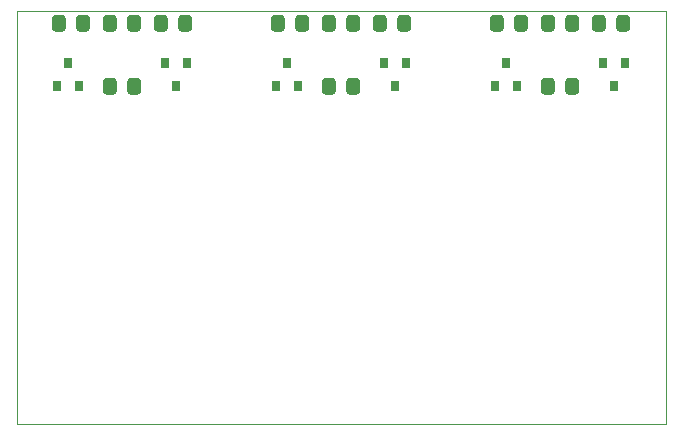
<source format=gbr>
%TF.GenerationSoftware,KiCad,Pcbnew,5.1.6-c6e7f7d~86~ubuntu18.04.1*%
%TF.CreationDate,2020-06-20T11:39:55+02:00*%
%TF.ProjectId,USB-Exp,5553422d-4578-4702-9e6b-696361645f70,1.0*%
%TF.SameCoordinates,Original*%
%TF.FileFunction,Paste,Bot*%
%TF.FilePolarity,Positive*%
%FSLAX46Y46*%
G04 Gerber Fmt 4.6, Leading zero omitted, Abs format (unit mm)*
G04 Created by KiCad (PCBNEW 5.1.6-c6e7f7d~86~ubuntu18.04.1) date 2020-06-20 11:39:55*
%MOMM*%
%LPD*%
G01*
G04 APERTURE LIST*
%TA.AperFunction,Profile*%
%ADD10C,0.050000*%
%TD*%
%ADD11R,0.800000X0.900000*%
G04 APERTURE END LIST*
D10*
X50000000Y-50000000D02*
X50000000Y-85000000D01*
X50000000Y-50000000D02*
X105000000Y-50000000D01*
X105000000Y-85000000D02*
X50000000Y-85000000D01*
X105000000Y-50000000D02*
X105000000Y-85000000D01*
%TO.C,R9*%
G36*
G01*
X99880000Y-50603999D02*
X99880000Y-51504001D01*
G75*
G02*
X99630001Y-51754000I-249999J0D01*
G01*
X98979999Y-51754000D01*
G75*
G02*
X98730000Y-51504001I0J249999D01*
G01*
X98730000Y-50603999D01*
G75*
G02*
X98979999Y-50354000I249999J0D01*
G01*
X99630001Y-50354000D01*
G75*
G02*
X99880000Y-50603999I0J-249999D01*
G01*
G37*
G36*
G01*
X101930000Y-50603999D02*
X101930000Y-51504001D01*
G75*
G02*
X101680001Y-51754000I-249999J0D01*
G01*
X101029999Y-51754000D01*
G75*
G02*
X100780000Y-51504001I0J249999D01*
G01*
X100780000Y-50603999D01*
G75*
G02*
X101029999Y-50354000I249999J0D01*
G01*
X101680001Y-50354000D01*
G75*
G02*
X101930000Y-50603999I0J-249999D01*
G01*
G37*
%TD*%
%TO.C,R8*%
G36*
G01*
X81338000Y-50603999D02*
X81338000Y-51504001D01*
G75*
G02*
X81088001Y-51754000I-249999J0D01*
G01*
X80437999Y-51754000D01*
G75*
G02*
X80188000Y-51504001I0J249999D01*
G01*
X80188000Y-50603999D01*
G75*
G02*
X80437999Y-50354000I249999J0D01*
G01*
X81088001Y-50354000D01*
G75*
G02*
X81338000Y-50603999I0J-249999D01*
G01*
G37*
G36*
G01*
X83388000Y-50603999D02*
X83388000Y-51504001D01*
G75*
G02*
X83138001Y-51754000I-249999J0D01*
G01*
X82487999Y-51754000D01*
G75*
G02*
X82238000Y-51504001I0J249999D01*
G01*
X82238000Y-50603999D01*
G75*
G02*
X82487999Y-50354000I249999J0D01*
G01*
X83138001Y-50354000D01*
G75*
G02*
X83388000Y-50603999I0J-249999D01*
G01*
G37*
%TD*%
%TO.C,R7*%
G36*
G01*
X62796000Y-50603999D02*
X62796000Y-51504001D01*
G75*
G02*
X62546001Y-51754000I-249999J0D01*
G01*
X61895999Y-51754000D01*
G75*
G02*
X61646000Y-51504001I0J249999D01*
G01*
X61646000Y-50603999D01*
G75*
G02*
X61895999Y-50354000I249999J0D01*
G01*
X62546001Y-50354000D01*
G75*
G02*
X62796000Y-50603999I0J-249999D01*
G01*
G37*
G36*
G01*
X64846000Y-50603999D02*
X64846000Y-51504001D01*
G75*
G02*
X64596001Y-51754000I-249999J0D01*
G01*
X63945999Y-51754000D01*
G75*
G02*
X63696000Y-51504001I0J249999D01*
G01*
X63696000Y-50603999D01*
G75*
G02*
X63945999Y-50354000I249999J0D01*
G01*
X64596001Y-50354000D01*
G75*
G02*
X64846000Y-50603999I0J-249999D01*
G01*
G37*
%TD*%
%TO.C,R6*%
G36*
G01*
X92135000Y-51504001D02*
X92135000Y-50603999D01*
G75*
G02*
X92384999Y-50354000I249999J0D01*
G01*
X93035001Y-50354000D01*
G75*
G02*
X93285000Y-50603999I0J-249999D01*
G01*
X93285000Y-51504001D01*
G75*
G02*
X93035001Y-51754000I-249999J0D01*
G01*
X92384999Y-51754000D01*
G75*
G02*
X92135000Y-51504001I0J249999D01*
G01*
G37*
G36*
G01*
X90085000Y-51504001D02*
X90085000Y-50603999D01*
G75*
G02*
X90334999Y-50354000I249999J0D01*
G01*
X90985001Y-50354000D01*
G75*
G02*
X91235000Y-50603999I0J-249999D01*
G01*
X91235000Y-51504001D01*
G75*
G02*
X90985001Y-51754000I-249999J0D01*
G01*
X90334999Y-51754000D01*
G75*
G02*
X90085000Y-51504001I0J249999D01*
G01*
G37*
%TD*%
%TO.C,R5*%
G36*
G01*
X73602000Y-51504001D02*
X73602000Y-50603999D01*
G75*
G02*
X73851999Y-50354000I249999J0D01*
G01*
X74502001Y-50354000D01*
G75*
G02*
X74752000Y-50603999I0J-249999D01*
G01*
X74752000Y-51504001D01*
G75*
G02*
X74502001Y-51754000I-249999J0D01*
G01*
X73851999Y-51754000D01*
G75*
G02*
X73602000Y-51504001I0J249999D01*
G01*
G37*
G36*
G01*
X71552000Y-51504001D02*
X71552000Y-50603999D01*
G75*
G02*
X71801999Y-50354000I249999J0D01*
G01*
X72452001Y-50354000D01*
G75*
G02*
X72702000Y-50603999I0J-249999D01*
G01*
X72702000Y-51504001D01*
G75*
G02*
X72452001Y-51754000I-249999J0D01*
G01*
X71801999Y-51754000D01*
G75*
G02*
X71552000Y-51504001I0J249999D01*
G01*
G37*
%TD*%
%TO.C,R4*%
G36*
G01*
X55051000Y-51504001D02*
X55051000Y-50603999D01*
G75*
G02*
X55300999Y-50354000I249999J0D01*
G01*
X55951001Y-50354000D01*
G75*
G02*
X56201000Y-50603999I0J-249999D01*
G01*
X56201000Y-51504001D01*
G75*
G02*
X55951001Y-51754000I-249999J0D01*
G01*
X55300999Y-51754000D01*
G75*
G02*
X55051000Y-51504001I0J249999D01*
G01*
G37*
G36*
G01*
X53001000Y-51504001D02*
X53001000Y-50603999D01*
G75*
G02*
X53250999Y-50354000I249999J0D01*
G01*
X53901001Y-50354000D01*
G75*
G02*
X54151000Y-50603999I0J-249999D01*
G01*
X54151000Y-51504001D01*
G75*
G02*
X53901001Y-51754000I-249999J0D01*
G01*
X53250999Y-51754000D01*
G75*
G02*
X53001000Y-51504001I0J249999D01*
G01*
G37*
%TD*%
%TO.C,R3*%
G36*
G01*
X96462000Y-56838001D02*
X96462000Y-55937999D01*
G75*
G02*
X96711999Y-55688000I249999J0D01*
G01*
X97362001Y-55688000D01*
G75*
G02*
X97612000Y-55937999I0J-249999D01*
G01*
X97612000Y-56838001D01*
G75*
G02*
X97362001Y-57088000I-249999J0D01*
G01*
X96711999Y-57088000D01*
G75*
G02*
X96462000Y-56838001I0J249999D01*
G01*
G37*
G36*
G01*
X94412000Y-56838001D02*
X94412000Y-55937999D01*
G75*
G02*
X94661999Y-55688000I249999J0D01*
G01*
X95312001Y-55688000D01*
G75*
G02*
X95562000Y-55937999I0J-249999D01*
G01*
X95562000Y-56838001D01*
G75*
G02*
X95312001Y-57088000I-249999J0D01*
G01*
X94661999Y-57088000D01*
G75*
G02*
X94412000Y-56838001I0J249999D01*
G01*
G37*
%TD*%
%TO.C,R2*%
G36*
G01*
X77920000Y-56838001D02*
X77920000Y-55937999D01*
G75*
G02*
X78169999Y-55688000I249999J0D01*
G01*
X78820001Y-55688000D01*
G75*
G02*
X79070000Y-55937999I0J-249999D01*
G01*
X79070000Y-56838001D01*
G75*
G02*
X78820001Y-57088000I-249999J0D01*
G01*
X78169999Y-57088000D01*
G75*
G02*
X77920000Y-56838001I0J249999D01*
G01*
G37*
G36*
G01*
X75870000Y-56838001D02*
X75870000Y-55937999D01*
G75*
G02*
X76119999Y-55688000I249999J0D01*
G01*
X76770001Y-55688000D01*
G75*
G02*
X77020000Y-55937999I0J-249999D01*
G01*
X77020000Y-56838001D01*
G75*
G02*
X76770001Y-57088000I-249999J0D01*
G01*
X76119999Y-57088000D01*
G75*
G02*
X75870000Y-56838001I0J249999D01*
G01*
G37*
%TD*%
%TO.C,R1*%
G36*
G01*
X59378000Y-56838001D02*
X59378000Y-55937999D01*
G75*
G02*
X59627999Y-55688000I249999J0D01*
G01*
X60278001Y-55688000D01*
G75*
G02*
X60528000Y-55937999I0J-249999D01*
G01*
X60528000Y-56838001D01*
G75*
G02*
X60278001Y-57088000I-249999J0D01*
G01*
X59627999Y-57088000D01*
G75*
G02*
X59378000Y-56838001I0J249999D01*
G01*
G37*
G36*
G01*
X57328000Y-56838001D02*
X57328000Y-55937999D01*
G75*
G02*
X57577999Y-55688000I249999J0D01*
G01*
X58228001Y-55688000D01*
G75*
G02*
X58478000Y-55937999I0J-249999D01*
G01*
X58478000Y-56838001D01*
G75*
G02*
X58228001Y-57088000I-249999J0D01*
G01*
X57577999Y-57088000D01*
G75*
G02*
X57328000Y-56838001I0J249999D01*
G01*
G37*
%TD*%
D11*
%TO.C,Q6*%
X100584000Y-56372000D03*
X101534000Y-54372000D03*
X99634000Y-54372000D03*
%TD*%
%TO.C,Q5*%
X82042000Y-56372000D03*
X82992000Y-54372000D03*
X81092000Y-54372000D03*
%TD*%
%TO.C,Q4*%
X63500000Y-56372000D03*
X64450000Y-54372000D03*
X62550000Y-54372000D03*
%TD*%
%TO.C,Q3*%
X91440000Y-54372000D03*
X90490000Y-56372000D03*
X92390000Y-56372000D03*
%TD*%
%TO.C,Q2*%
X72898000Y-54372000D03*
X71948000Y-56372000D03*
X73848000Y-56372000D03*
%TD*%
%TO.C,Q1*%
X54356000Y-54372000D03*
X53406000Y-56372000D03*
X55306000Y-56372000D03*
%TD*%
%TO.C,D3*%
G36*
G01*
X95571000Y-50603999D02*
X95571000Y-51504001D01*
G75*
G02*
X95321001Y-51754000I-249999J0D01*
G01*
X94670999Y-51754000D01*
G75*
G02*
X94421000Y-51504001I0J249999D01*
G01*
X94421000Y-50603999D01*
G75*
G02*
X94670999Y-50354000I249999J0D01*
G01*
X95321001Y-50354000D01*
G75*
G02*
X95571000Y-50603999I0J-249999D01*
G01*
G37*
G36*
G01*
X97621000Y-50603999D02*
X97621000Y-51504001D01*
G75*
G02*
X97371001Y-51754000I-249999J0D01*
G01*
X96720999Y-51754000D01*
G75*
G02*
X96471000Y-51504001I0J249999D01*
G01*
X96471000Y-50603999D01*
G75*
G02*
X96720999Y-50354000I249999J0D01*
G01*
X97371001Y-50354000D01*
G75*
G02*
X97621000Y-50603999I0J-249999D01*
G01*
G37*
%TD*%
%TO.C,D2*%
G36*
G01*
X77020000Y-50603999D02*
X77020000Y-51504001D01*
G75*
G02*
X76770001Y-51754000I-249999J0D01*
G01*
X76119999Y-51754000D01*
G75*
G02*
X75870000Y-51504001I0J249999D01*
G01*
X75870000Y-50603999D01*
G75*
G02*
X76119999Y-50354000I249999J0D01*
G01*
X76770001Y-50354000D01*
G75*
G02*
X77020000Y-50603999I0J-249999D01*
G01*
G37*
G36*
G01*
X79070000Y-50603999D02*
X79070000Y-51504001D01*
G75*
G02*
X78820001Y-51754000I-249999J0D01*
G01*
X78169999Y-51754000D01*
G75*
G02*
X77920000Y-51504001I0J249999D01*
G01*
X77920000Y-50603999D01*
G75*
G02*
X78169999Y-50354000I249999J0D01*
G01*
X78820001Y-50354000D01*
G75*
G02*
X79070000Y-50603999I0J-249999D01*
G01*
G37*
%TD*%
%TO.C,D1*%
G36*
G01*
X58469000Y-50603999D02*
X58469000Y-51504001D01*
G75*
G02*
X58219001Y-51754000I-249999J0D01*
G01*
X57568999Y-51754000D01*
G75*
G02*
X57319000Y-51504001I0J249999D01*
G01*
X57319000Y-50603999D01*
G75*
G02*
X57568999Y-50354000I249999J0D01*
G01*
X58219001Y-50354000D01*
G75*
G02*
X58469000Y-50603999I0J-249999D01*
G01*
G37*
G36*
G01*
X60519000Y-50603999D02*
X60519000Y-51504001D01*
G75*
G02*
X60269001Y-51754000I-249999J0D01*
G01*
X59618999Y-51754000D01*
G75*
G02*
X59369000Y-51504001I0J249999D01*
G01*
X59369000Y-50603999D01*
G75*
G02*
X59618999Y-50354000I249999J0D01*
G01*
X60269001Y-50354000D01*
G75*
G02*
X60519000Y-50603999I0J-249999D01*
G01*
G37*
%TD*%
M02*

</source>
